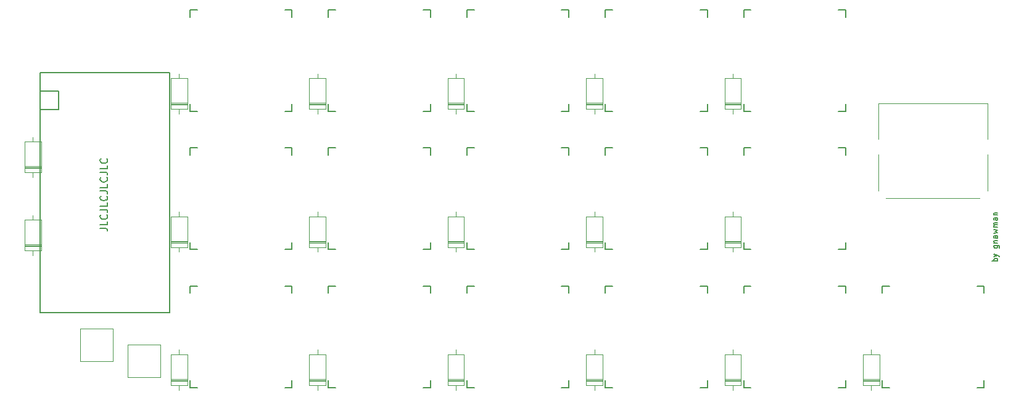
<source format=gto>
G04 #@! TF.GenerationSoftware,KiCad,Pcbnew,7.0.7*
G04 #@! TF.CreationDate,2023-09-30T21:04:22+10:00*
G04 #@! TF.ProjectId,skink,736b696e-6b2e-46b6-9963-61645f706362,rev?*
G04 #@! TF.SameCoordinates,Original*
G04 #@! TF.FileFunction,Legend,Top*
G04 #@! TF.FilePolarity,Positive*
%FSLAX46Y46*%
G04 Gerber Fmt 4.6, Leading zero omitted, Abs format (unit mm)*
G04 Created by KiCad (PCBNEW 7.0.7) date 2023-09-30 21:04:22*
%MOMM*%
%LPD*%
G01*
G04 APERTURE LIST*
%ADD10C,0.150000*%
%ADD11C,0.120000*%
%ADD12R,1.752600X1.752600*%
%ADD13C,1.752600*%
%ADD14R,1.600000X1.600000*%
%ADD15O,1.600000X1.600000*%
%ADD16C,5.000000*%
%ADD17C,1.700000*%
%ADD18C,2.286000*%
%ADD19C,2.100000*%
%ADD20C,1.500000*%
G04 APERTURE END LIST*
D10*
X30469819Y-54477506D02*
X31184104Y-54477506D01*
X31184104Y-54477506D02*
X31326961Y-54525125D01*
X31326961Y-54525125D02*
X31422200Y-54620363D01*
X31422200Y-54620363D02*
X31469819Y-54763220D01*
X31469819Y-54763220D02*
X31469819Y-54858458D01*
X31469819Y-53525125D02*
X31469819Y-54001315D01*
X31469819Y-54001315D02*
X30469819Y-54001315D01*
X31374580Y-52620363D02*
X31422200Y-52667982D01*
X31422200Y-52667982D02*
X31469819Y-52810839D01*
X31469819Y-52810839D02*
X31469819Y-52906077D01*
X31469819Y-52906077D02*
X31422200Y-53048934D01*
X31422200Y-53048934D02*
X31326961Y-53144172D01*
X31326961Y-53144172D02*
X31231723Y-53191791D01*
X31231723Y-53191791D02*
X31041247Y-53239410D01*
X31041247Y-53239410D02*
X30898390Y-53239410D01*
X30898390Y-53239410D02*
X30707914Y-53191791D01*
X30707914Y-53191791D02*
X30612676Y-53144172D01*
X30612676Y-53144172D02*
X30517438Y-53048934D01*
X30517438Y-53048934D02*
X30469819Y-52906077D01*
X30469819Y-52906077D02*
X30469819Y-52810839D01*
X30469819Y-52810839D02*
X30517438Y-52667982D01*
X30517438Y-52667982D02*
X30565057Y-52620363D01*
X30469819Y-51906077D02*
X31184104Y-51906077D01*
X31184104Y-51906077D02*
X31326961Y-51953696D01*
X31326961Y-51953696D02*
X31422200Y-52048934D01*
X31422200Y-52048934D02*
X31469819Y-52191791D01*
X31469819Y-52191791D02*
X31469819Y-52287029D01*
X31469819Y-50953696D02*
X31469819Y-51429886D01*
X31469819Y-51429886D02*
X30469819Y-51429886D01*
X31374580Y-50048934D02*
X31422200Y-50096553D01*
X31422200Y-50096553D02*
X31469819Y-50239410D01*
X31469819Y-50239410D02*
X31469819Y-50334648D01*
X31469819Y-50334648D02*
X31422200Y-50477505D01*
X31422200Y-50477505D02*
X31326961Y-50572743D01*
X31326961Y-50572743D02*
X31231723Y-50620362D01*
X31231723Y-50620362D02*
X31041247Y-50667981D01*
X31041247Y-50667981D02*
X30898390Y-50667981D01*
X30898390Y-50667981D02*
X30707914Y-50620362D01*
X30707914Y-50620362D02*
X30612676Y-50572743D01*
X30612676Y-50572743D02*
X30517438Y-50477505D01*
X30517438Y-50477505D02*
X30469819Y-50334648D01*
X30469819Y-50334648D02*
X30469819Y-50239410D01*
X30469819Y-50239410D02*
X30517438Y-50096553D01*
X30517438Y-50096553D02*
X30565057Y-50048934D01*
X30469819Y-49334648D02*
X31184104Y-49334648D01*
X31184104Y-49334648D02*
X31326961Y-49382267D01*
X31326961Y-49382267D02*
X31422200Y-49477505D01*
X31422200Y-49477505D02*
X31469819Y-49620362D01*
X31469819Y-49620362D02*
X31469819Y-49715600D01*
X31469819Y-48382267D02*
X31469819Y-48858457D01*
X31469819Y-48858457D02*
X30469819Y-48858457D01*
X31374580Y-47477505D02*
X31422200Y-47525124D01*
X31422200Y-47525124D02*
X31469819Y-47667981D01*
X31469819Y-47667981D02*
X31469819Y-47763219D01*
X31469819Y-47763219D02*
X31422200Y-47906076D01*
X31422200Y-47906076D02*
X31326961Y-48001314D01*
X31326961Y-48001314D02*
X31231723Y-48048933D01*
X31231723Y-48048933D02*
X31041247Y-48096552D01*
X31041247Y-48096552D02*
X30898390Y-48096552D01*
X30898390Y-48096552D02*
X30707914Y-48048933D01*
X30707914Y-48048933D02*
X30612676Y-48001314D01*
X30612676Y-48001314D02*
X30517438Y-47906076D01*
X30517438Y-47906076D02*
X30469819Y-47763219D01*
X30469819Y-47763219D02*
X30469819Y-47667981D01*
X30469819Y-47667981D02*
X30517438Y-47525124D01*
X30517438Y-47525124D02*
X30565057Y-47477505D01*
X30469819Y-46763219D02*
X31184104Y-46763219D01*
X31184104Y-46763219D02*
X31326961Y-46810838D01*
X31326961Y-46810838D02*
X31422200Y-46906076D01*
X31422200Y-46906076D02*
X31469819Y-47048933D01*
X31469819Y-47048933D02*
X31469819Y-47144171D01*
X31469819Y-45810838D02*
X31469819Y-46287028D01*
X31469819Y-46287028D02*
X30469819Y-46287028D01*
X31374580Y-44906076D02*
X31422200Y-44953695D01*
X31422200Y-44953695D02*
X31469819Y-45096552D01*
X31469819Y-45096552D02*
X31469819Y-45191790D01*
X31469819Y-45191790D02*
X31422200Y-45334647D01*
X31422200Y-45334647D02*
X31326961Y-45429885D01*
X31326961Y-45429885D02*
X31231723Y-45477504D01*
X31231723Y-45477504D02*
X31041247Y-45525123D01*
X31041247Y-45525123D02*
X30898390Y-45525123D01*
X30898390Y-45525123D02*
X30707914Y-45477504D01*
X30707914Y-45477504D02*
X30612676Y-45429885D01*
X30612676Y-45429885D02*
X30517438Y-45334647D01*
X30517438Y-45334647D02*
X30469819Y-45191790D01*
X30469819Y-45191790D02*
X30469819Y-45096552D01*
X30469819Y-45096552D02*
X30517438Y-44953695D01*
X30517438Y-44953695D02*
X30565057Y-44906076D01*
X153650414Y-58972744D02*
X152900414Y-58972744D01*
X153186128Y-58972744D02*
X153150414Y-58901316D01*
X153150414Y-58901316D02*
X153150414Y-58758458D01*
X153150414Y-58758458D02*
X153186128Y-58687030D01*
X153186128Y-58687030D02*
X153221842Y-58651316D01*
X153221842Y-58651316D02*
X153293271Y-58615601D01*
X153293271Y-58615601D02*
X153507557Y-58615601D01*
X153507557Y-58615601D02*
X153578985Y-58651316D01*
X153578985Y-58651316D02*
X153614700Y-58687030D01*
X153614700Y-58687030D02*
X153650414Y-58758458D01*
X153650414Y-58758458D02*
X153650414Y-58901316D01*
X153650414Y-58901316D02*
X153614700Y-58972744D01*
X153150414Y-58365602D02*
X153650414Y-58187030D01*
X153150414Y-58008459D02*
X153650414Y-58187030D01*
X153650414Y-58187030D02*
X153828985Y-58258459D01*
X153828985Y-58258459D02*
X153864700Y-58294173D01*
X153864700Y-58294173D02*
X153900414Y-58365602D01*
X153150414Y-56829887D02*
X153757557Y-56829887D01*
X153757557Y-56829887D02*
X153828985Y-56865601D01*
X153828985Y-56865601D02*
X153864700Y-56901315D01*
X153864700Y-56901315D02*
X153900414Y-56972744D01*
X153900414Y-56972744D02*
X153900414Y-57079887D01*
X153900414Y-57079887D02*
X153864700Y-57151315D01*
X153614700Y-56829887D02*
X153650414Y-56901315D01*
X153650414Y-56901315D02*
X153650414Y-57044172D01*
X153650414Y-57044172D02*
X153614700Y-57115601D01*
X153614700Y-57115601D02*
X153578985Y-57151315D01*
X153578985Y-57151315D02*
X153507557Y-57187029D01*
X153507557Y-57187029D02*
X153293271Y-57187029D01*
X153293271Y-57187029D02*
X153221842Y-57151315D01*
X153221842Y-57151315D02*
X153186128Y-57115601D01*
X153186128Y-57115601D02*
X153150414Y-57044172D01*
X153150414Y-57044172D02*
X153150414Y-56901315D01*
X153150414Y-56901315D02*
X153186128Y-56829887D01*
X153150414Y-56472744D02*
X153650414Y-56472744D01*
X153221842Y-56472744D02*
X153186128Y-56437030D01*
X153186128Y-56437030D02*
X153150414Y-56365601D01*
X153150414Y-56365601D02*
X153150414Y-56258458D01*
X153150414Y-56258458D02*
X153186128Y-56187030D01*
X153186128Y-56187030D02*
X153257557Y-56151316D01*
X153257557Y-56151316D02*
X153650414Y-56151316D01*
X153650414Y-55472745D02*
X153257557Y-55472745D01*
X153257557Y-55472745D02*
X153186128Y-55508459D01*
X153186128Y-55508459D02*
X153150414Y-55579887D01*
X153150414Y-55579887D02*
X153150414Y-55722745D01*
X153150414Y-55722745D02*
X153186128Y-55794173D01*
X153614700Y-55472745D02*
X153650414Y-55544173D01*
X153650414Y-55544173D02*
X153650414Y-55722745D01*
X153650414Y-55722745D02*
X153614700Y-55794173D01*
X153614700Y-55794173D02*
X153543271Y-55829887D01*
X153543271Y-55829887D02*
X153471842Y-55829887D01*
X153471842Y-55829887D02*
X153400414Y-55794173D01*
X153400414Y-55794173D02*
X153364700Y-55722745D01*
X153364700Y-55722745D02*
X153364700Y-55544173D01*
X153364700Y-55544173D02*
X153328985Y-55472745D01*
X153150414Y-55187031D02*
X153650414Y-55044174D01*
X153650414Y-55044174D02*
X153293271Y-54901316D01*
X153293271Y-54901316D02*
X153650414Y-54758459D01*
X153650414Y-54758459D02*
X153150414Y-54615602D01*
X153650414Y-54329888D02*
X153150414Y-54329888D01*
X153221842Y-54329888D02*
X153186128Y-54294174D01*
X153186128Y-54294174D02*
X153150414Y-54222745D01*
X153150414Y-54222745D02*
X153150414Y-54115602D01*
X153150414Y-54115602D02*
X153186128Y-54044174D01*
X153186128Y-54044174D02*
X153257557Y-54008460D01*
X153257557Y-54008460D02*
X153650414Y-54008460D01*
X153257557Y-54008460D02*
X153186128Y-53972745D01*
X153186128Y-53972745D02*
X153150414Y-53901317D01*
X153150414Y-53901317D02*
X153150414Y-53794174D01*
X153150414Y-53794174D02*
X153186128Y-53722745D01*
X153186128Y-53722745D02*
X153257557Y-53687031D01*
X153257557Y-53687031D02*
X153650414Y-53687031D01*
X153650414Y-53008460D02*
X153257557Y-53008460D01*
X153257557Y-53008460D02*
X153186128Y-53044174D01*
X153186128Y-53044174D02*
X153150414Y-53115602D01*
X153150414Y-53115602D02*
X153150414Y-53258460D01*
X153150414Y-53258460D02*
X153186128Y-53329888D01*
X153614700Y-53008460D02*
X153650414Y-53079888D01*
X153650414Y-53079888D02*
X153650414Y-53258460D01*
X153650414Y-53258460D02*
X153614700Y-53329888D01*
X153614700Y-53329888D02*
X153543271Y-53365602D01*
X153543271Y-53365602D02*
X153471842Y-53365602D01*
X153471842Y-53365602D02*
X153400414Y-53329888D01*
X153400414Y-53329888D02*
X153364700Y-53258460D01*
X153364700Y-53258460D02*
X153364700Y-53079888D01*
X153364700Y-53079888D02*
X153328985Y-53008460D01*
X153150414Y-52651317D02*
X153650414Y-52651317D01*
X153221842Y-52651317D02*
X153186128Y-52615603D01*
X153186128Y-52615603D02*
X153150414Y-52544174D01*
X153150414Y-52544174D02*
X153150414Y-52437031D01*
X153150414Y-52437031D02*
X153186128Y-52365603D01*
X153186128Y-52365603D02*
X153257557Y-52329889D01*
X153257557Y-52329889D02*
X153650414Y-52329889D01*
D11*
X21250000Y-58210000D02*
X21250000Y-57560000D01*
X20130000Y-57560000D02*
X22370000Y-57560000D01*
X22370000Y-57560000D02*
X22370000Y-53320000D01*
X20130000Y-56960000D02*
X22370000Y-56960000D01*
X20130000Y-56840000D02*
X22370000Y-56840000D01*
X20130000Y-56720000D02*
X22370000Y-56720000D01*
X20130000Y-53320000D02*
X20130000Y-57560000D01*
X22370000Y-53320000D02*
X20130000Y-53320000D01*
X21250000Y-52670000D02*
X21250000Y-53320000D01*
X21250000Y-47460000D02*
X21250000Y-46810000D01*
X20130000Y-46810000D02*
X22370000Y-46810000D01*
X22370000Y-46810000D02*
X22370000Y-42570000D01*
X20130000Y-46210000D02*
X22370000Y-46210000D01*
X20130000Y-46090000D02*
X22370000Y-46090000D01*
X20130000Y-45970000D02*
X22370000Y-45970000D01*
X20130000Y-42570000D02*
X20130000Y-46810000D01*
X22370000Y-42570000D02*
X20130000Y-42570000D01*
X21250000Y-41920000D02*
X21250000Y-42570000D01*
X27750000Y-68250000D02*
X32250000Y-68250000D01*
X32250000Y-68250000D02*
X32250000Y-72750000D01*
X32250000Y-72750000D02*
X27750000Y-72750000D01*
X27750000Y-72750000D02*
X27750000Y-68250000D01*
X38750000Y-75000000D02*
X34250000Y-75000000D01*
X34250000Y-75000000D02*
X34250000Y-70500000D01*
X34250000Y-70500000D02*
X38750000Y-70500000D01*
X38750000Y-70500000D02*
X38750000Y-75000000D01*
X117300000Y-38730000D02*
X117300000Y-38080000D01*
X116180000Y-38080000D02*
X118420000Y-38080000D01*
X118420000Y-38080000D02*
X118420000Y-33840000D01*
X116180000Y-37480000D02*
X118420000Y-37480000D01*
X116180000Y-37360000D02*
X118420000Y-37360000D01*
X116180000Y-37240000D02*
X118420000Y-37240000D01*
X116180000Y-33840000D02*
X116180000Y-38080000D01*
X118420000Y-33840000D02*
X116180000Y-33840000D01*
X117300000Y-33190000D02*
X117300000Y-33840000D01*
X79300000Y-38730000D02*
X79300000Y-38080000D01*
X78180000Y-38080000D02*
X80420000Y-38080000D01*
X80420000Y-38080000D02*
X80420000Y-33840000D01*
X78180000Y-37480000D02*
X80420000Y-37480000D01*
X78180000Y-37360000D02*
X80420000Y-37360000D01*
X78180000Y-37240000D02*
X80420000Y-37240000D01*
X78180000Y-33840000D02*
X78180000Y-38080000D01*
X80420000Y-33840000D02*
X78180000Y-33840000D01*
X79300000Y-33190000D02*
X79300000Y-33840000D01*
X60300000Y-57730000D02*
X60300000Y-57080000D01*
X59180000Y-57080000D02*
X61420000Y-57080000D01*
X61420000Y-57080000D02*
X61420000Y-52840000D01*
X59180000Y-56480000D02*
X61420000Y-56480000D01*
X59180000Y-56360000D02*
X61420000Y-56360000D01*
X59180000Y-56240000D02*
X61420000Y-56240000D01*
X59180000Y-52840000D02*
X59180000Y-57080000D01*
X61420000Y-52840000D02*
X59180000Y-52840000D01*
X60300000Y-52190000D02*
X60300000Y-52840000D01*
X98300000Y-76730000D02*
X98300000Y-76080000D01*
X97180000Y-76080000D02*
X99420000Y-76080000D01*
X99420000Y-76080000D02*
X99420000Y-71840000D01*
X97180000Y-75480000D02*
X99420000Y-75480000D01*
X97180000Y-75360000D02*
X99420000Y-75360000D01*
X97180000Y-75240000D02*
X99420000Y-75240000D01*
X97180000Y-71840000D02*
X97180000Y-76080000D01*
X99420000Y-71840000D02*
X97180000Y-71840000D01*
X98300000Y-71190000D02*
X98300000Y-71840000D01*
X41300000Y-57730000D02*
X41300000Y-57080000D01*
X40180000Y-57080000D02*
X42420000Y-57080000D01*
X42420000Y-57080000D02*
X42420000Y-52840000D01*
X40180000Y-56480000D02*
X42420000Y-56480000D01*
X40180000Y-56360000D02*
X42420000Y-56360000D01*
X40180000Y-56240000D02*
X42420000Y-56240000D01*
X40180000Y-52840000D02*
X40180000Y-57080000D01*
X42420000Y-52840000D02*
X40180000Y-52840000D01*
X41300000Y-52190000D02*
X41300000Y-52840000D01*
X117300000Y-57730000D02*
X117300000Y-57080000D01*
X116180000Y-57080000D02*
X118420000Y-57080000D01*
X118420000Y-57080000D02*
X118420000Y-52840000D01*
X116180000Y-56480000D02*
X118420000Y-56480000D01*
X116180000Y-56360000D02*
X118420000Y-56360000D01*
X116180000Y-56240000D02*
X118420000Y-56240000D01*
X116180000Y-52840000D02*
X116180000Y-57080000D01*
X118420000Y-52840000D02*
X116180000Y-52840000D01*
X117300000Y-52190000D02*
X117300000Y-52840000D01*
X60300000Y-76730000D02*
X60300000Y-76080000D01*
X59180000Y-76080000D02*
X61420000Y-76080000D01*
X61420000Y-76080000D02*
X61420000Y-71840000D01*
X59180000Y-75480000D02*
X61420000Y-75480000D01*
X59180000Y-75360000D02*
X61420000Y-75360000D01*
X59180000Y-75240000D02*
X61420000Y-75240000D01*
X59180000Y-71840000D02*
X59180000Y-76080000D01*
X61420000Y-71840000D02*
X59180000Y-71840000D01*
X60300000Y-71190000D02*
X60300000Y-71840000D01*
X60300000Y-38730000D02*
X60300000Y-38080000D01*
X59180000Y-38080000D02*
X61420000Y-38080000D01*
X61420000Y-38080000D02*
X61420000Y-33840000D01*
X59180000Y-37480000D02*
X61420000Y-37480000D01*
X59180000Y-37360000D02*
X61420000Y-37360000D01*
X59180000Y-37240000D02*
X61420000Y-37240000D01*
X59180000Y-33840000D02*
X59180000Y-38080000D01*
X61420000Y-33840000D02*
X59180000Y-33840000D01*
X60300000Y-33190000D02*
X60300000Y-33840000D01*
X117300000Y-76730000D02*
X117300000Y-76080000D01*
X116180000Y-76080000D02*
X118420000Y-76080000D01*
X118420000Y-76080000D02*
X118420000Y-71840000D01*
X116180000Y-75480000D02*
X118420000Y-75480000D01*
X116180000Y-75360000D02*
X118420000Y-75360000D01*
X116180000Y-75240000D02*
X118420000Y-75240000D01*
X116180000Y-71840000D02*
X116180000Y-76080000D01*
X118420000Y-71840000D02*
X116180000Y-71840000D01*
X117300000Y-71190000D02*
X117300000Y-71840000D01*
X79300000Y-76730000D02*
X79300000Y-76080000D01*
X78180000Y-76080000D02*
X80420000Y-76080000D01*
X80420000Y-76080000D02*
X80420000Y-71840000D01*
X78180000Y-75480000D02*
X80420000Y-75480000D01*
X78180000Y-75360000D02*
X80420000Y-75360000D01*
X78180000Y-75240000D02*
X80420000Y-75240000D01*
X78180000Y-71840000D02*
X78180000Y-76080000D01*
X80420000Y-71840000D02*
X78180000Y-71840000D01*
X79300000Y-71190000D02*
X79300000Y-71840000D01*
X136300000Y-76730000D02*
X136300000Y-76080000D01*
X135180000Y-76080000D02*
X137420000Y-76080000D01*
X137420000Y-76080000D02*
X137420000Y-71840000D01*
X135180000Y-75480000D02*
X137420000Y-75480000D01*
X135180000Y-75360000D02*
X137420000Y-75360000D01*
X135180000Y-75240000D02*
X137420000Y-75240000D01*
X135180000Y-71840000D02*
X135180000Y-76080000D01*
X137420000Y-71840000D02*
X135180000Y-71840000D01*
X136300000Y-71190000D02*
X136300000Y-71840000D01*
X79300000Y-57730000D02*
X79300000Y-57080000D01*
X78180000Y-57080000D02*
X80420000Y-57080000D01*
X80420000Y-57080000D02*
X80420000Y-52840000D01*
X78180000Y-56480000D02*
X80420000Y-56480000D01*
X78180000Y-56360000D02*
X80420000Y-56360000D01*
X78180000Y-56240000D02*
X80420000Y-56240000D01*
X78180000Y-52840000D02*
X78180000Y-57080000D01*
X80420000Y-52840000D02*
X78180000Y-52840000D01*
X79300000Y-52190000D02*
X79300000Y-52840000D01*
X41300000Y-76730000D02*
X41300000Y-76080000D01*
X40180000Y-76080000D02*
X42420000Y-76080000D01*
X42420000Y-76080000D02*
X42420000Y-71840000D01*
X40180000Y-75480000D02*
X42420000Y-75480000D01*
X40180000Y-75360000D02*
X42420000Y-75360000D01*
X40180000Y-75240000D02*
X42420000Y-75240000D01*
X40180000Y-71840000D02*
X40180000Y-76080000D01*
X42420000Y-71840000D02*
X40180000Y-71840000D01*
X41300000Y-71190000D02*
X41300000Y-71840000D01*
X98300000Y-57730000D02*
X98300000Y-57080000D01*
X97180000Y-57080000D02*
X99420000Y-57080000D01*
X99420000Y-57080000D02*
X99420000Y-52840000D01*
X97180000Y-56480000D02*
X99420000Y-56480000D01*
X97180000Y-56360000D02*
X99420000Y-56360000D01*
X97180000Y-56240000D02*
X99420000Y-56240000D01*
X97180000Y-52840000D02*
X97180000Y-57080000D01*
X99420000Y-52840000D02*
X97180000Y-52840000D01*
X98300000Y-52190000D02*
X98300000Y-52840000D01*
X41300000Y-38730000D02*
X41300000Y-38080000D01*
X40180000Y-38080000D02*
X42420000Y-38080000D01*
X42420000Y-38080000D02*
X42420000Y-33840000D01*
X40180000Y-37480000D02*
X42420000Y-37480000D01*
X40180000Y-37360000D02*
X42420000Y-37360000D01*
X40180000Y-37240000D02*
X42420000Y-37240000D01*
X40180000Y-33840000D02*
X40180000Y-38080000D01*
X42420000Y-33840000D02*
X40180000Y-33840000D01*
X41300000Y-33190000D02*
X41300000Y-33840000D01*
X98300000Y-38730000D02*
X98300000Y-38080000D01*
X97180000Y-38080000D02*
X99420000Y-38080000D01*
X99420000Y-38080000D02*
X99420000Y-33840000D01*
X97180000Y-37480000D02*
X99420000Y-37480000D01*
X97180000Y-37360000D02*
X99420000Y-37360000D01*
X97180000Y-37240000D02*
X99420000Y-37240000D01*
X97180000Y-33840000D02*
X97180000Y-38080000D01*
X99420000Y-33840000D02*
X97180000Y-33840000D01*
X98300000Y-33190000D02*
X98300000Y-33840000D01*
D10*
X42800000Y-43400000D02*
X43800000Y-43400000D01*
X42800000Y-44400000D02*
X42800000Y-43400000D01*
X42800000Y-57400000D02*
X42800000Y-56400000D01*
X43800000Y-57400000D02*
X42800000Y-57400000D01*
X55800000Y-43400000D02*
X56800000Y-43400000D01*
X56800000Y-43400000D02*
X56800000Y-44400000D01*
X56800000Y-56400000D02*
X56800000Y-57400000D01*
X56800000Y-57400000D02*
X55800000Y-57400000D01*
X94800000Y-57400000D02*
X93800000Y-57400000D01*
X94800000Y-56400000D02*
X94800000Y-57400000D01*
X94800000Y-43400000D02*
X94800000Y-44400000D01*
X93800000Y-43400000D02*
X94800000Y-43400000D01*
X81800000Y-57400000D02*
X80800000Y-57400000D01*
X80800000Y-57400000D02*
X80800000Y-56400000D01*
X80800000Y-44400000D02*
X80800000Y-43400000D01*
X80800000Y-43400000D02*
X81800000Y-43400000D01*
X118800000Y-62400000D02*
X119800000Y-62400000D01*
X118800000Y-63400000D02*
X118800000Y-62400000D01*
X118800000Y-76400000D02*
X118800000Y-75400000D01*
X119800000Y-76400000D02*
X118800000Y-76400000D01*
X131800000Y-62400000D02*
X132800000Y-62400000D01*
X132800000Y-62400000D02*
X132800000Y-63400000D01*
X132800000Y-75400000D02*
X132800000Y-76400000D01*
X132800000Y-76400000D02*
X131800000Y-76400000D01*
X61800000Y-62400000D02*
X62800000Y-62400000D01*
X61800000Y-63400000D02*
X61800000Y-62400000D01*
X61800000Y-76400000D02*
X61800000Y-75400000D01*
X62800000Y-76400000D02*
X61800000Y-76400000D01*
X74800000Y-62400000D02*
X75800000Y-62400000D01*
X75800000Y-62400000D02*
X75800000Y-63400000D01*
X75800000Y-75400000D02*
X75800000Y-76400000D01*
X75800000Y-76400000D02*
X74800000Y-76400000D01*
X99800000Y-24400000D02*
X100800000Y-24400000D01*
X99800000Y-25400000D02*
X99800000Y-24400000D01*
X99800000Y-38400000D02*
X99800000Y-37400000D01*
X100800000Y-38400000D02*
X99800000Y-38400000D01*
X112800000Y-24400000D02*
X113800000Y-24400000D01*
X113800000Y-24400000D02*
X113800000Y-25400000D01*
X113800000Y-37400000D02*
X113800000Y-38400000D01*
X113800000Y-38400000D02*
X112800000Y-38400000D01*
X99800000Y-62400000D02*
X100800000Y-62400000D01*
X99800000Y-63400000D02*
X99800000Y-62400000D01*
X99800000Y-76400000D02*
X99800000Y-75400000D01*
X100800000Y-76400000D02*
X99800000Y-76400000D01*
X112800000Y-62400000D02*
X113800000Y-62400000D01*
X113800000Y-62400000D02*
X113800000Y-63400000D01*
X113800000Y-75400000D02*
X113800000Y-76400000D01*
X113800000Y-76400000D02*
X112800000Y-76400000D01*
X137800000Y-62400000D02*
X138800000Y-62400000D01*
X137800000Y-63400000D02*
X137800000Y-62400000D01*
X137800000Y-76400000D02*
X137800000Y-75400000D01*
X138800000Y-76400000D02*
X137800000Y-76400000D01*
X150800000Y-62400000D02*
X151800000Y-62400000D01*
X151800000Y-62400000D02*
X151800000Y-63400000D01*
X151800000Y-75400000D02*
X151800000Y-76400000D01*
X151800000Y-76400000D02*
X150800000Y-76400000D01*
X80800000Y-24400000D02*
X81800000Y-24400000D01*
X80800000Y-25400000D02*
X80800000Y-24400000D01*
X80800000Y-38400000D02*
X80800000Y-37400000D01*
X81800000Y-38400000D02*
X80800000Y-38400000D01*
X93800000Y-24400000D02*
X94800000Y-24400000D01*
X94800000Y-24400000D02*
X94800000Y-25400000D01*
X94800000Y-37400000D02*
X94800000Y-38400000D01*
X94800000Y-38400000D02*
X93800000Y-38400000D01*
X118800000Y-24400000D02*
X119800000Y-24400000D01*
X118800000Y-25400000D02*
X118800000Y-24400000D01*
X118800000Y-38400000D02*
X118800000Y-37400000D01*
X119800000Y-38400000D02*
X118800000Y-38400000D01*
X131800000Y-24400000D02*
X132800000Y-24400000D01*
X132800000Y-24400000D02*
X132800000Y-25400000D01*
X132800000Y-37400000D02*
X132800000Y-38400000D01*
X132800000Y-38400000D02*
X131800000Y-38400000D01*
X99800000Y-43400000D02*
X100800000Y-43400000D01*
X99800000Y-44400000D02*
X99800000Y-43400000D01*
X99800000Y-57400000D02*
X99800000Y-56400000D01*
X100800000Y-57400000D02*
X99800000Y-57400000D01*
X112800000Y-43400000D02*
X113800000Y-43400000D01*
X113800000Y-43400000D02*
X113800000Y-44400000D01*
X113800000Y-56400000D02*
X113800000Y-57400000D01*
X113800000Y-57400000D02*
X112800000Y-57400000D01*
X61800000Y-43400000D02*
X62800000Y-43400000D01*
X61800000Y-44400000D02*
X61800000Y-43400000D01*
X61800000Y-57400000D02*
X61800000Y-56400000D01*
X62800000Y-57400000D02*
X61800000Y-57400000D01*
X74800000Y-43400000D02*
X75800000Y-43400000D01*
X75800000Y-43400000D02*
X75800000Y-44400000D01*
X75800000Y-56400000D02*
X75800000Y-57400000D01*
X75800000Y-57400000D02*
X74800000Y-57400000D01*
D11*
X152300000Y-50300000D02*
X152300000Y-37300000D01*
X152300000Y-37300000D02*
X137300000Y-37300000D01*
X137300000Y-50300000D02*
X152300000Y-50300000D01*
X137300000Y-37300000D02*
X137300000Y-50300000D01*
D10*
X118800000Y-43400000D02*
X119800000Y-43400000D01*
X118800000Y-44400000D02*
X118800000Y-43400000D01*
X118800000Y-57400000D02*
X118800000Y-56400000D01*
X119800000Y-57400000D02*
X118800000Y-57400000D01*
X131800000Y-43400000D02*
X132800000Y-43400000D01*
X132800000Y-43400000D02*
X132800000Y-44400000D01*
X132800000Y-56400000D02*
X132800000Y-57400000D01*
X132800000Y-57400000D02*
X131800000Y-57400000D01*
X42800000Y-24400000D02*
X43800000Y-24400000D01*
X42800000Y-25400000D02*
X42800000Y-24400000D01*
X42800000Y-38400000D02*
X42800000Y-37400000D01*
X43800000Y-38400000D02*
X42800000Y-38400000D01*
X55800000Y-24400000D02*
X56800000Y-24400000D01*
X56800000Y-24400000D02*
X56800000Y-25400000D01*
X56800000Y-37400000D02*
X56800000Y-38400000D01*
X56800000Y-38400000D02*
X55800000Y-38400000D01*
X61800000Y-24400000D02*
X62800000Y-24400000D01*
X61800000Y-25400000D02*
X61800000Y-24400000D01*
X61800000Y-38400000D02*
X61800000Y-37400000D01*
X62800000Y-38400000D02*
X61800000Y-38400000D01*
X74800000Y-24400000D02*
X75800000Y-24400000D01*
X75800000Y-24400000D02*
X75800000Y-25400000D01*
X75800000Y-37400000D02*
X75800000Y-38400000D01*
X75800000Y-38400000D02*
X74800000Y-38400000D01*
X40010000Y-33070000D02*
X22230000Y-33070000D01*
X22230000Y-33070000D02*
X22230000Y-66090000D01*
X24770000Y-35610000D02*
X22230000Y-35610000D01*
X24770000Y-35610000D02*
X24770000Y-38150000D01*
X24770000Y-38150000D02*
X22230000Y-38150000D01*
X40010000Y-66090000D02*
X40010000Y-33070000D01*
X22230000Y-66090000D02*
X40010000Y-66090000D01*
X42800000Y-62400000D02*
X43800000Y-62400000D01*
X42800000Y-63400000D02*
X42800000Y-62400000D01*
X42800000Y-76400000D02*
X42800000Y-75400000D01*
X43800000Y-76400000D02*
X42800000Y-76400000D01*
X55800000Y-62400000D02*
X56800000Y-62400000D01*
X56800000Y-62400000D02*
X56800000Y-63400000D01*
X56800000Y-75400000D02*
X56800000Y-76400000D01*
X56800000Y-76400000D02*
X55800000Y-76400000D01*
X80800000Y-62400000D02*
X81800000Y-62400000D01*
X80800000Y-63400000D02*
X80800000Y-62400000D01*
X80800000Y-76400000D02*
X80800000Y-75400000D01*
X81800000Y-76400000D02*
X80800000Y-76400000D01*
X93800000Y-62400000D02*
X94800000Y-62400000D01*
X94800000Y-62400000D02*
X94800000Y-63400000D01*
X94800000Y-75400000D02*
X94800000Y-76400000D01*
X94800000Y-76400000D02*
X93800000Y-76400000D01*
D12*
X23500000Y-36880000D03*
D13*
X23500000Y-39420000D03*
X23500000Y-41960000D03*
X23500000Y-44500000D03*
X23500000Y-47040000D03*
X23500000Y-49580000D03*
X23500000Y-52120000D03*
X23500000Y-54660000D03*
X23500000Y-57200000D03*
X23500000Y-59740000D03*
X23500000Y-62280000D03*
X23500000Y-64820000D03*
X38740000Y-36880000D03*
X38740000Y-39420000D03*
X38740000Y-41960000D03*
X38740000Y-44500000D03*
X38740000Y-47040000D03*
X38740000Y-49580000D03*
X38740000Y-52120000D03*
X38740000Y-54660000D03*
X38740000Y-57200000D03*
X38740000Y-59740000D03*
X38740000Y-62280000D03*
X38740000Y-64820000D03*
%LPC*%
D14*
X21250000Y-59250000D03*
D15*
X21250000Y-51630000D03*
D14*
X21250000Y-48500000D03*
D15*
X21250000Y-40880000D03*
X32250000Y-67250000D03*
X32250000Y-73750000D03*
X27750000Y-67250000D03*
X27750000Y-73750000D03*
X34250000Y-69500000D03*
X34250000Y-76000000D03*
X38750000Y-76000000D03*
X38750000Y-69500000D03*
D14*
X117300000Y-39770000D03*
D15*
X117300000Y-32150000D03*
D14*
X79300000Y-39770000D03*
D15*
X79300000Y-32150000D03*
D14*
X60300000Y-58770000D03*
D15*
X60300000Y-51150000D03*
D14*
X98300000Y-77770000D03*
D15*
X98300000Y-70150000D03*
D14*
X41300000Y-58770000D03*
D15*
X41300000Y-51150000D03*
D14*
X117300000Y-58770000D03*
D15*
X117300000Y-51150000D03*
D14*
X60300000Y-77770000D03*
D15*
X60300000Y-70150000D03*
D14*
X60300000Y-39770000D03*
D15*
X60300000Y-32150000D03*
D14*
X117300000Y-77770000D03*
D15*
X117300000Y-70150000D03*
D14*
X79300000Y-77770000D03*
D15*
X79300000Y-70150000D03*
D14*
X136300000Y-77770000D03*
D15*
X136300000Y-70150000D03*
D14*
X79300000Y-58770000D03*
D15*
X79300000Y-51150000D03*
D14*
X41300000Y-77770000D03*
D15*
X41300000Y-70150000D03*
D14*
X98300000Y-58770000D03*
D15*
X98300000Y-51150000D03*
D14*
X41300000Y-39770000D03*
D15*
X41300000Y-32150000D03*
D14*
X98300000Y-39770000D03*
D15*
X98300000Y-32150000D03*
D16*
X49800000Y-50400000D03*
D17*
X47200000Y-56150000D03*
D18*
X47260000Y-45320000D03*
X52340000Y-45320000D03*
D17*
X52400000Y-56150000D03*
X45400000Y-55100000D03*
D18*
X45990000Y-47860000D03*
X53610000Y-47860000D03*
D17*
X54200000Y-55100000D03*
X92200000Y-55100000D03*
D18*
X91610000Y-47860000D03*
X83990000Y-47860000D03*
D17*
X83400000Y-55100000D03*
X90400000Y-56150000D03*
D18*
X90340000Y-45320000D03*
X85260000Y-45320000D03*
D17*
X85200000Y-56150000D03*
D16*
X87800000Y-50400000D03*
X125800000Y-69400000D03*
D17*
X123200000Y-75150000D03*
D18*
X123260000Y-64320000D03*
X128340000Y-64320000D03*
D17*
X128400000Y-75150000D03*
X121400000Y-74100000D03*
D18*
X121990000Y-66860000D03*
X129610000Y-66860000D03*
D17*
X130200000Y-74100000D03*
D16*
X68800000Y-69400000D03*
D17*
X66200000Y-75150000D03*
D18*
X66260000Y-64320000D03*
X71340000Y-64320000D03*
D17*
X71400000Y-75150000D03*
X64400000Y-74100000D03*
D18*
X64990000Y-66860000D03*
X72610000Y-66860000D03*
D17*
X73200000Y-74100000D03*
D16*
X106800000Y-31400000D03*
D17*
X104200000Y-37150000D03*
D18*
X104260000Y-26320000D03*
X109340000Y-26320000D03*
D17*
X109400000Y-37150000D03*
X102400000Y-36100000D03*
D18*
X102990000Y-28860000D03*
X110610000Y-28860000D03*
D17*
X111200000Y-36100000D03*
D16*
X106800000Y-69400000D03*
D17*
X104200000Y-75150000D03*
D18*
X104260000Y-64320000D03*
X109340000Y-64320000D03*
D17*
X109400000Y-75150000D03*
X102400000Y-74100000D03*
D18*
X102990000Y-66860000D03*
X110610000Y-66860000D03*
D17*
X111200000Y-74100000D03*
D16*
X144800000Y-69400000D03*
D17*
X142200000Y-75150000D03*
D18*
X142260000Y-64320000D03*
X147340000Y-64320000D03*
D17*
X147400000Y-75150000D03*
X140400000Y-74100000D03*
D18*
X140990000Y-66860000D03*
X148610000Y-66860000D03*
D17*
X149200000Y-74100000D03*
D16*
X87800000Y-31400000D03*
D17*
X85200000Y-37150000D03*
D18*
X85260000Y-26320000D03*
X90340000Y-26320000D03*
D17*
X90400000Y-37150000D03*
X83400000Y-36100000D03*
D18*
X83990000Y-28860000D03*
X91610000Y-28860000D03*
D17*
X92200000Y-36100000D03*
D16*
X125800000Y-31400000D03*
D17*
X123200000Y-37150000D03*
D18*
X123260000Y-26320000D03*
X128340000Y-26320000D03*
D17*
X128400000Y-37150000D03*
X121400000Y-36100000D03*
D18*
X121990000Y-28860000D03*
X129610000Y-28860000D03*
D17*
X130200000Y-36100000D03*
D16*
X106800000Y-50400000D03*
D17*
X104200000Y-56150000D03*
D18*
X104260000Y-45320000D03*
X109340000Y-45320000D03*
D17*
X109400000Y-56150000D03*
X102400000Y-55100000D03*
D18*
X102990000Y-47860000D03*
X110610000Y-47860000D03*
D17*
X111200000Y-55100000D03*
D16*
X68800000Y-50400000D03*
D17*
X66200000Y-56150000D03*
D18*
X66260000Y-45320000D03*
X71340000Y-45320000D03*
D17*
X71400000Y-56150000D03*
X64400000Y-55100000D03*
D18*
X64990000Y-47860000D03*
X72610000Y-47860000D03*
D17*
X73200000Y-55100000D03*
D19*
X152300000Y-43300000D03*
D20*
X148300000Y-48300000D03*
X147300000Y-45800000D03*
X146300000Y-48300000D03*
X145300000Y-45800000D03*
X144300000Y-48300000D03*
X143300000Y-45800000D03*
X142300000Y-48300000D03*
X141300000Y-45800000D03*
D19*
X137300000Y-43300000D03*
D16*
X125800000Y-50400000D03*
D17*
X123200000Y-56150000D03*
D18*
X123260000Y-45320000D03*
X128340000Y-45320000D03*
D17*
X128400000Y-56150000D03*
X121400000Y-55100000D03*
D18*
X121990000Y-47860000D03*
X129610000Y-47860000D03*
D17*
X130200000Y-55100000D03*
D16*
X49800000Y-31400000D03*
D17*
X47200000Y-37150000D03*
D18*
X47260000Y-26320000D03*
X52340000Y-26320000D03*
D17*
X52400000Y-37150000D03*
X45400000Y-36100000D03*
D18*
X45990000Y-28860000D03*
X53610000Y-28860000D03*
D17*
X54200000Y-36100000D03*
D16*
X68800000Y-31400000D03*
D17*
X66200000Y-37150000D03*
D18*
X66260000Y-26320000D03*
X71340000Y-26320000D03*
D17*
X71400000Y-37150000D03*
X64400000Y-36100000D03*
D18*
X64990000Y-28860000D03*
X72610000Y-28860000D03*
D17*
X73200000Y-36100000D03*
D12*
X23500000Y-36880000D03*
D13*
X23500000Y-39420000D03*
X23500000Y-41960000D03*
X23500000Y-44500000D03*
X23500000Y-47040000D03*
X23500000Y-49580000D03*
X23500000Y-52120000D03*
X23500000Y-54660000D03*
X23500000Y-57200000D03*
X23500000Y-59740000D03*
X23500000Y-62280000D03*
X23500000Y-64820000D03*
X38740000Y-36880000D03*
X38740000Y-39420000D03*
X38740000Y-41960000D03*
X38740000Y-44500000D03*
X38740000Y-47040000D03*
X38740000Y-49580000D03*
X38740000Y-52120000D03*
X38740000Y-54660000D03*
X38740000Y-57200000D03*
X38740000Y-59740000D03*
X38740000Y-62280000D03*
X38740000Y-64820000D03*
D16*
X49800000Y-69400000D03*
D17*
X47200000Y-75150000D03*
D18*
X47260000Y-64320000D03*
X52340000Y-64320000D03*
D17*
X52400000Y-75150000D03*
X45400000Y-74100000D03*
D18*
X45990000Y-66860000D03*
X53610000Y-66860000D03*
D17*
X54200000Y-74100000D03*
D16*
X87800000Y-69400000D03*
D17*
X85200000Y-75150000D03*
D18*
X85260000Y-64320000D03*
X90340000Y-64320000D03*
D17*
X90400000Y-75150000D03*
X83400000Y-74100000D03*
D18*
X83990000Y-66860000D03*
X91610000Y-66860000D03*
D17*
X92200000Y-74100000D03*
D19*
X137300000Y-50400000D03*
D20*
X141300000Y-55400000D03*
X142300000Y-52900000D03*
X143300000Y-55400000D03*
X144300000Y-52900000D03*
X145300000Y-55400000D03*
X146300000Y-52900000D03*
X147300000Y-55400000D03*
X148300000Y-52900000D03*
D19*
X152300000Y-50400000D03*
%LPD*%
M02*

</source>
